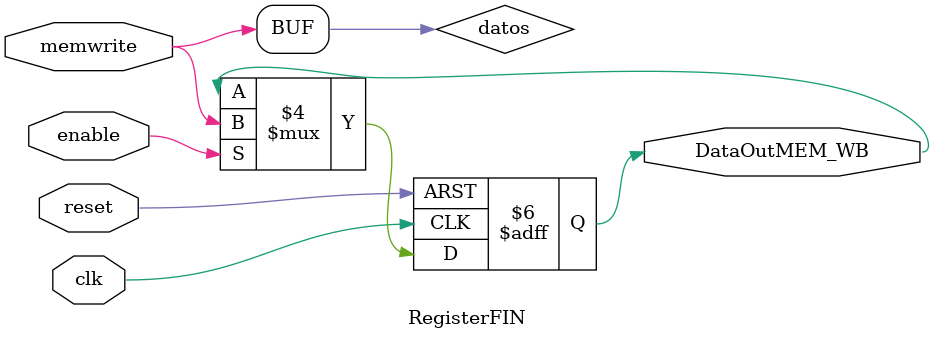
<source format=v>
module RegisterFIN
#(
	parameter initvalue = 0
)
(
	input clk,
	input reset,
	input enable,
	input memwrite,
	
	output reg DataOutMEM_WB
);
wire datos;
assign datos = memwrite;

always@(negedge reset or negedge clk) 
	begin	
		/*if(Flush==1)
			DataOutMEM_WB<=initvalue;
		else*/
		if(reset==0)
			DataOutMEM_WB<=initvalue;
		
		else	
		if(enable==1)
			DataOutMEM_WB<=datos;
	end
endmodule
</source>
